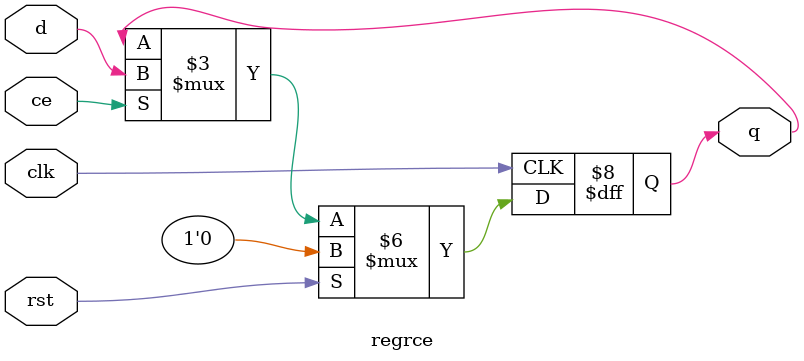
<source format=v>


//
// rregce
//
// clock enabled register with reset
//
// load a new value if ce = 1 and rising edge of clock, else
// hold the old value.
//
//
module regrce #(parameter WIDTH = 1)
   (
    output reg [WIDTH-1:0] q,
    input wire [WIDTH-1:0]  d,
    input wire		   ce,    //clock enable
    input wire             rst,   // synchronous reset
    input wire		   clk);

   always @(posedge clk) begin
      if (rst)
	q <= {WIDTH{1'b0}};
      else begin
	 if (ce)
	   q <= d;
	 else
	   q <= q;
      end
   end

endmodule


</source>
